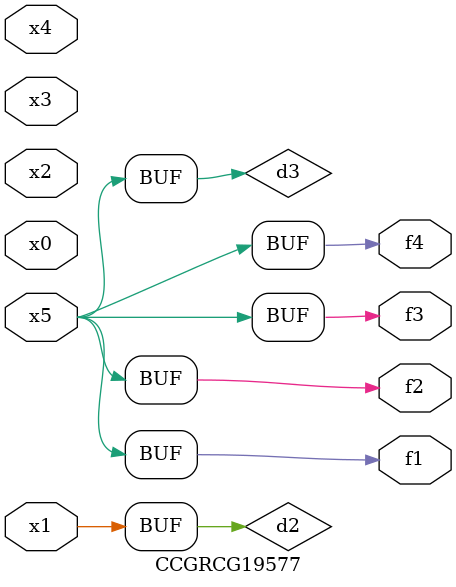
<source format=v>
module CCGRCG19577(
	input x0, x1, x2, x3, x4, x5,
	output f1, f2, f3, f4
);

	wire d1, d2, d3;

	not (d1, x5);
	or (d2, x1);
	xnor (d3, d1);
	assign f1 = d3;
	assign f2 = d3;
	assign f3 = d3;
	assign f4 = d3;
endmodule

</source>
